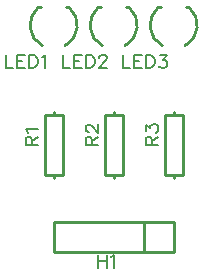
<source format=gto>
G04 Layer: TopSilkLayer*
G04 EasyEDA v6.2.46, 2019-12-16T18:13:11+02:00*
G04 4f520af787a2458aba7336f494d3e8d0,9a472788fb3748f5b1af1517000a09b8,10*
G04 Gerber Generator version 0.2*
G04 Scale: 100 percent, Rotated: No, Reflected: No *
G04 Dimensions in millimeters *
G04 leading zeros omitted , absolute positions ,3 integer and 3 decimal *
%FSLAX33Y33*%
%MOMM*%
G90*
G71D02*

%ADD10C,0.254000*%
%ADD15C,0.152400*%

%LPD*%
G54D10*
G01X8942Y24359D02*
G01X8670Y24359D01*
G01X6569Y24359D02*
G01X6297Y24359D01*
G01X14022Y24359D02*
G01X13750Y24359D01*
G01X11649Y24359D02*
G01X11377Y24359D01*
G01X19102Y24359D02*
G01X18830Y24359D01*
G01X16729Y24359D02*
G01X16457Y24359D01*
G01X17780Y3683D02*
G01X7620Y3683D01*
G01X7620Y6223D01*
G01X17780Y6223D01*
G01X17780Y3683D01*
G01X15240Y3683D02*
G01X15240Y6223D01*
G01X6858Y10160D02*
G01X6858Y15240D01*
G01X6858Y15240D02*
G01X7620Y15240D01*
G01X7620Y15240D02*
G01X8382Y15240D01*
G01X8382Y15240D02*
G01X8382Y10160D01*
G01X8382Y10160D02*
G01X7620Y10160D01*
G01X7620Y10160D02*
G01X6858Y10160D01*
G01X7620Y15240D02*
G01X7620Y15494D01*
G01X7620Y10160D02*
G01X7620Y9906D01*
G01X11938Y10160D02*
G01X11938Y15240D01*
G01X11938Y15240D02*
G01X12700Y15240D01*
G01X12700Y15240D02*
G01X13462Y15240D01*
G01X13462Y15240D02*
G01X13462Y10160D01*
G01X13462Y10160D02*
G01X12700Y10160D01*
G01X12700Y10160D02*
G01X11938Y10160D01*
G01X12700Y15240D02*
G01X12700Y15494D01*
G01X12700Y10160D02*
G01X12700Y9906D01*
G01X17018Y10160D02*
G01X17018Y15240D01*
G01X17018Y15240D02*
G01X17780Y15240D01*
G01X17780Y15240D02*
G01X18542Y15240D01*
G01X18542Y15240D02*
G01X18542Y10160D01*
G01X18542Y10160D02*
G01X17780Y10160D01*
G01X17780Y10160D02*
G01X17018Y10160D01*
G01X17780Y15240D02*
G01X17780Y15494D01*
G01X17780Y10160D02*
G01X17780Y9906D01*
G54D15*
G01X3556Y20358D02*
G01X3556Y19268D01*
G01X3556Y19268D02*
G01X4178Y19268D01*
G01X4521Y20358D02*
G01X4521Y19268D01*
G01X4521Y20358D02*
G01X5196Y20358D01*
G01X4521Y19839D02*
G01X4937Y19839D01*
G01X4521Y19268D02*
G01X5196Y19268D01*
G01X5539Y20358D02*
G01X5539Y19268D01*
G01X5539Y20358D02*
G01X5905Y20358D01*
G01X6060Y20307D01*
G01X6164Y20203D01*
G01X6215Y20099D01*
G01X6268Y19944D01*
G01X6268Y19685D01*
G01X6215Y19527D01*
G01X6164Y19423D01*
G01X6060Y19319D01*
G01X5905Y19268D01*
G01X5539Y19268D01*
G01X6611Y20152D02*
G01X6715Y20203D01*
G01X6870Y20358D01*
G01X6870Y19268D01*
G01X8382Y20358D02*
G01X8382Y19268D01*
G01X8382Y19268D02*
G01X9004Y19268D01*
G01X9347Y20358D02*
G01X9347Y19268D01*
G01X9347Y20358D02*
G01X10022Y20358D01*
G01X9347Y19839D02*
G01X9763Y19839D01*
G01X9347Y19268D02*
G01X10022Y19268D01*
G01X10365Y20358D02*
G01X10365Y19268D01*
G01X10365Y20358D02*
G01X10731Y20358D01*
G01X10886Y20307D01*
G01X10990Y20203D01*
G01X11041Y20098D01*
G01X11094Y19944D01*
G01X11094Y19684D01*
G01X11041Y19527D01*
G01X10990Y19423D01*
G01X10886Y19319D01*
G01X10731Y19268D01*
G01X10365Y19268D01*
G01X11488Y20098D02*
G01X11488Y20152D01*
G01X11541Y20256D01*
G01X11592Y20307D01*
G01X11696Y20358D01*
G01X11904Y20358D01*
G01X12009Y20307D01*
G01X12059Y20256D01*
G01X12113Y20152D01*
G01X12113Y20048D01*
G01X12059Y19944D01*
G01X11955Y19786D01*
G01X11437Y19268D01*
G01X12164Y19268D01*
G01X13462Y20320D02*
G01X13462Y19230D01*
G01X13462Y19230D02*
G01X14084Y19230D01*
G01X14427Y20320D02*
G01X14427Y19230D01*
G01X14427Y20320D02*
G01X15102Y20320D01*
G01X14427Y19801D02*
G01X14843Y19801D01*
G01X14427Y19230D02*
G01X15102Y19230D01*
G01X15445Y20320D02*
G01X15445Y19230D01*
G01X15445Y20320D02*
G01X15811Y20320D01*
G01X15966Y20269D01*
G01X16070Y20165D01*
G01X16121Y20060D01*
G01X16174Y19906D01*
G01X16174Y19646D01*
G01X16121Y19489D01*
G01X16070Y19385D01*
G01X15966Y19281D01*
G01X15811Y19230D01*
G01X15445Y19230D01*
G01X16621Y20320D02*
G01X17193Y20320D01*
G01X16880Y19906D01*
G01X17035Y19906D01*
G01X17139Y19852D01*
G01X17193Y19801D01*
G01X17244Y19646D01*
G01X17244Y19542D01*
G01X17193Y19385D01*
G01X17089Y19281D01*
G01X16931Y19230D01*
G01X16776Y19230D01*
G01X16621Y19281D01*
G01X16568Y19334D01*
G01X16517Y19438D01*
G01X11369Y3429D02*
G01X11369Y2339D01*
G01X12095Y3429D02*
G01X12095Y2339D01*
G01X11369Y2910D02*
G01X12095Y2910D01*
G01X12438Y3223D02*
G01X12542Y3274D01*
G01X12700Y3429D01*
G01X12700Y2339D01*
G01X5234Y12700D02*
G01X6324Y12700D01*
G01X5234Y12700D02*
G01X5234Y13167D01*
G01X5285Y13322D01*
G01X5336Y13375D01*
G01X5440Y13426D01*
G01X5544Y13426D01*
G01X5648Y13375D01*
G01X5702Y13322D01*
G01X5753Y13167D01*
G01X5753Y12700D01*
G01X5753Y13063D02*
G01X6324Y13426D01*
G01X5440Y13769D02*
G01X5389Y13873D01*
G01X5234Y14030D01*
G01X6324Y14030D01*
G01X10314Y12700D02*
G01X11404Y12700D01*
G01X10314Y12700D02*
G01X10314Y13167D01*
G01X10365Y13322D01*
G01X10416Y13375D01*
G01X10520Y13426D01*
G01X10624Y13426D01*
G01X10728Y13375D01*
G01X10782Y13322D01*
G01X10833Y13167D01*
G01X10833Y12700D01*
G01X10833Y13063D02*
G01X11404Y13426D01*
G01X10574Y13822D02*
G01X10520Y13822D01*
G01X10416Y13873D01*
G01X10365Y13926D01*
G01X10314Y14030D01*
G01X10314Y14236D01*
G01X10365Y14340D01*
G01X10416Y14394D01*
G01X10520Y14444D01*
G01X10624Y14444D01*
G01X10728Y14394D01*
G01X10886Y14290D01*
G01X11404Y13769D01*
G01X11404Y14498D01*
G01X15394Y12700D02*
G01X16484Y12700D01*
G01X15394Y12700D02*
G01X15394Y13167D01*
G01X15445Y13322D01*
G01X15496Y13375D01*
G01X15600Y13426D01*
G01X15704Y13426D01*
G01X15808Y13375D01*
G01X15862Y13322D01*
G01X15913Y13167D01*
G01X15913Y12700D01*
G01X15913Y13063D02*
G01X16484Y13426D01*
G01X15394Y13873D02*
G01X15394Y14444D01*
G01X15808Y14135D01*
G01X15808Y14290D01*
G01X15862Y14394D01*
G01X15913Y14444D01*
G01X16068Y14498D01*
G01X16172Y14498D01*
G01X16329Y14444D01*
G01X16433Y14340D01*
G01X16484Y14185D01*
G01X16484Y14030D01*
G01X16433Y13873D01*
G01X16380Y13822D01*
G01X16276Y13769D01*
G54D10*
G75*
G01X8580Y21106D02*
G03X8943Y24360I-960J1754D01*
G01*
G75*
G01X6297Y24360D02*
G03X6660Y21106I1323J-1500D01*
G01*
G75*
G01X13660Y21106D02*
G03X14023Y24360I-960J1754D01*
G01*
G75*
G01X11377Y24360D02*
G03X11740Y21106I1323J-1500D01*
G01*
G75*
G01X18740Y21106D02*
G03X19103Y24360I-960J1754D01*
G01*
G75*
G01X16457Y24360D02*
G03X16820Y21106I1323J-1500D01*
G01*
M00*
M02*

</source>
